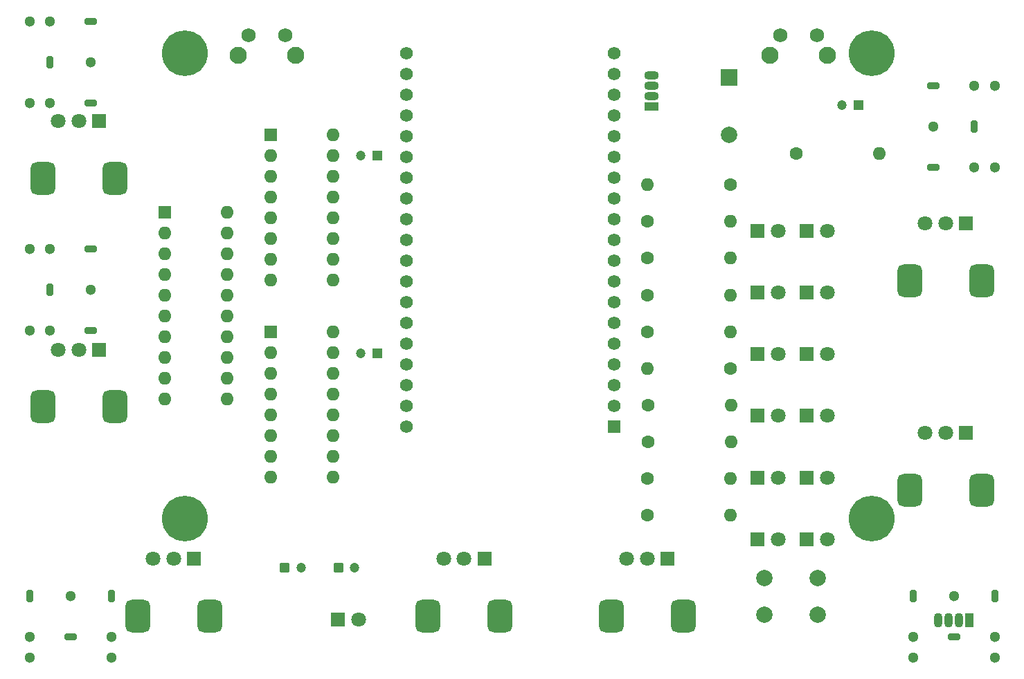
<source format=gbr>
%TF.GenerationSoftware,KiCad,Pcbnew,9.0.3*%
%TF.CreationDate,2025-07-22T15:18:12+02:00*%
%TF.ProjectId,Spikeling_v2.4,5370696b-656c-4696-9e67-5f76322e342e,rev?*%
%TF.SameCoordinates,Original*%
%TF.FileFunction,Soldermask,Bot*%
%TF.FilePolarity,Negative*%
%FSLAX46Y46*%
G04 Gerber Fmt 4.6, Leading zero omitted, Abs format (unit mm)*
G04 Created by KiCad (PCBNEW 9.0.3) date 2025-07-22 15:18:12*
%MOMM*%
%LPD*%
G01*
G04 APERTURE LIST*
G04 Aperture macros list*
%AMRoundRect*
0 Rectangle with rounded corners*
0 $1 Rounding radius*
0 $2 $3 $4 $5 $6 $7 $8 $9 X,Y pos of 4 corners*
0 Add a 4 corners polygon primitive as box body*
4,1,4,$2,$3,$4,$5,$6,$7,$8,$9,$2,$3,0*
0 Add four circle primitives for the rounded corners*
1,1,$1+$1,$2,$3*
1,1,$1+$1,$4,$5*
1,1,$1+$1,$6,$7*
1,1,$1+$1,$8,$9*
0 Add four rect primitives between the rounded corners*
20,1,$1+$1,$2,$3,$4,$5,0*
20,1,$1+$1,$4,$5,$6,$7,0*
20,1,$1+$1,$6,$7,$8,$9,0*
20,1,$1+$1,$8,$9,$2,$3,0*%
G04 Aperture macros list end*
%ADD10C,2.100000*%
%ADD11C,1.750000*%
%ADD12C,5.600000*%
%ADD13R,1.800000X1.800000*%
%ADD14C,1.800000*%
%ADD15R,1.600000X1.600000*%
%ADD16O,1.600000X1.600000*%
%ADD17RoundRect,0.750000X-0.750000X1.250000X-0.750000X-1.250000X0.750000X-1.250000X0.750000X1.250000X0*%
%ADD18R,1.800000X1.070000*%
%ADD19O,1.800000X1.070000*%
%ADD20C,1.300000*%
%ADD21RoundRect,0.200000X0.550000X0.200000X-0.550000X0.200000X-0.550000X-0.200000X0.550000X-0.200000X0*%
%ADD22RoundRect,0.200000X-0.200000X0.550000X-0.200000X-0.550000X0.200000X-0.550000X0.200000X0.550000X0*%
%ADD23RoundRect,0.200000X-0.550000X-0.200000X0.550000X-0.200000X0.550000X0.200000X-0.550000X0.200000X0*%
%ADD24RoundRect,0.200000X0.200000X-0.550000X0.200000X0.550000X-0.200000X0.550000X-0.200000X-0.550000X0*%
%ADD25C,1.600000*%
%ADD26R,1.200000X1.200000*%
%ADD27C,1.200000*%
%ADD28RoundRect,0.250000X-0.350000X-0.350000X0.350000X-0.350000X0.350000X0.350000X-0.350000X0.350000X0*%
%ADD29R,2.000000X2.000000*%
%ADD30C,2.000000*%
%ADD31R,1.560000X1.560000*%
%ADD32C,1.560000*%
%ADD33O,1.070000X1.800000*%
%ADD34R,1.070000X1.800000*%
G04 APERTURE END LIST*
D10*
%TO.C,SW2*%
X191500000Y-55280000D03*
X198510000Y-55280000D03*
D11*
X192750000Y-52790000D03*
X197250000Y-52790000D03*
%TD*%
D12*
%TO.C, *%
X120000000Y-55000000D03*
%TD*%
D13*
%TO.C,D7*%
X190000000Y-76779000D03*
D14*
X192540000Y-76779000D03*
%TD*%
D13*
%TO.C,D2*%
X190000000Y-114504000D03*
D14*
X192540000Y-114504000D03*
%TD*%
D13*
%TO.C,D0*%
X138725000Y-124350000D03*
D14*
X141265000Y-124350000D03*
%TD*%
D15*
%TO.C,U3*%
X130500000Y-89125000D03*
D16*
X130500000Y-91665000D03*
X130500000Y-94205000D03*
X130500000Y-96745000D03*
X130500000Y-99285000D03*
X130500000Y-101825000D03*
X130500000Y-104365000D03*
X130500000Y-106905000D03*
X138120000Y-106905000D03*
X138120000Y-104365000D03*
X138120000Y-101825000D03*
X138120000Y-99285000D03*
X138120000Y-96745000D03*
X138120000Y-94205000D03*
X138120000Y-91665000D03*
X138120000Y-89125000D03*
%TD*%
D17*
%TO.C,RV6*%
X217400000Y-108500000D03*
X208600000Y-108500000D03*
D13*
X215500000Y-101500000D03*
D14*
X213000000Y-101500000D03*
X210500000Y-101500000D03*
%TD*%
D17*
%TO.C,RV4*%
X180900000Y-123900000D03*
X172100000Y-123900000D03*
D13*
X179000000Y-116900000D03*
D14*
X176500000Y-116900000D03*
X174000000Y-116900000D03*
%TD*%
D18*
%TO.C,D1*%
X177000000Y-61500000D03*
D19*
X177000000Y-60230000D03*
X177000000Y-58960000D03*
X177000000Y-57690000D03*
%TD*%
D20*
%TO.C,J2*%
X101000000Y-61100000D03*
X103500000Y-61100000D03*
X108500000Y-56100000D03*
X101000000Y-51100000D03*
X103500000Y-51100000D03*
D21*
X108500000Y-61100000D03*
D22*
X103500000Y-56100000D03*
D21*
X108500000Y-51100000D03*
%TD*%
D20*
%TO.C,J1*%
X219000000Y-59000000D03*
X216500000Y-59000000D03*
X211500000Y-64000000D03*
X219000000Y-69000000D03*
X216500000Y-69000000D03*
D23*
X211500000Y-59000000D03*
D24*
X216500000Y-64000000D03*
D23*
X211500000Y-69000000D03*
%TD*%
D15*
%TO.C,U4*%
X117500000Y-74500000D03*
D16*
X117500000Y-77040000D03*
X117500000Y-79580000D03*
X117500000Y-82120000D03*
X117500000Y-84660000D03*
X117500000Y-87200000D03*
X117500000Y-89740000D03*
X117500000Y-92280000D03*
X117500000Y-94820000D03*
X117500000Y-97360000D03*
X125120000Y-97360000D03*
X125120000Y-94820000D03*
X125120000Y-92280000D03*
X125120000Y-89740000D03*
X125120000Y-87200000D03*
X125120000Y-84660000D03*
X125120000Y-82120000D03*
X125120000Y-79580000D03*
X125120000Y-77040000D03*
X125120000Y-74500000D03*
%TD*%
D17*
%TO.C,RV1*%
X111400000Y-70300000D03*
X102600000Y-70300000D03*
D13*
X109500000Y-63300000D03*
D14*
X107000000Y-63300000D03*
X104500000Y-63300000D03*
%TD*%
D13*
%TO.C,D4*%
X190000000Y-99414000D03*
D14*
X192540000Y-99414000D03*
%TD*%
D17*
%TO.C,RV3*%
X123000000Y-123900000D03*
X114200000Y-123900000D03*
D13*
X121100000Y-116900000D03*
D14*
X118600000Y-116900000D03*
X116100000Y-116900000D03*
%TD*%
D25*
%TO.C,R3*%
X176600000Y-98100000D03*
D16*
X186760000Y-98100000D03*
%TD*%
D12*
%TO.C, *%
X204000000Y-55000000D03*
%TD*%
D15*
%TO.C,U2*%
X130500000Y-65000000D03*
D16*
X130500000Y-67540000D03*
X130500000Y-70080000D03*
X130500000Y-72620000D03*
X130500000Y-75160000D03*
X130500000Y-77700000D03*
X130500000Y-80240000D03*
X130500000Y-82780000D03*
X138120000Y-82780000D03*
X138120000Y-80240000D03*
X138120000Y-77700000D03*
X138120000Y-75160000D03*
X138120000Y-72620000D03*
X138120000Y-70080000D03*
X138120000Y-67540000D03*
X138120000Y-65000000D03*
%TD*%
D26*
%TO.C,C2*%
X143472600Y-91750000D03*
D27*
X141472600Y-91750000D03*
%TD*%
D10*
%TO.C,SW3*%
X126500000Y-55280000D03*
X133510000Y-55280000D03*
D11*
X127750000Y-52790000D03*
X132250000Y-52790000D03*
%TD*%
D13*
%TO.C,D11*%
X196000000Y-91869000D03*
D14*
X198540000Y-91869000D03*
%TD*%
D13*
%TO.C,D9*%
X196000000Y-106959000D03*
D14*
X198540000Y-106959000D03*
%TD*%
D26*
%TO.C,C1*%
X143472600Y-67500000D03*
D27*
X141472600Y-67500000D03*
%TD*%
D25*
%TO.C,R9*%
X176500000Y-89100000D03*
D16*
X186660000Y-89100000D03*
%TD*%
D13*
%TO.C,D13*%
X196000000Y-76779000D03*
D14*
X198540000Y-76779000D03*
%TD*%
D25*
%TO.C,R12*%
X176571000Y-111600000D03*
D16*
X186731000Y-111600000D03*
%TD*%
D13*
%TO.C,D12*%
X196000000Y-84324000D03*
D14*
X198540000Y-84324000D03*
%TD*%
D28*
%TO.C,C5*%
X132200000Y-118000000D03*
D27*
X134200000Y-118000000D03*
%TD*%
D13*
%TO.C,D10*%
X196000000Y-99414000D03*
D14*
X198540000Y-99414000D03*
%TD*%
D25*
%TO.C,R1*%
X194720000Y-67300000D03*
D16*
X204880000Y-67300000D03*
%TD*%
D17*
%TO.C,RV7*%
X217400000Y-82872000D03*
X208600000Y-82872000D03*
D13*
X215500000Y-75872000D03*
D14*
X213000000Y-75872000D03*
X210500000Y-75872000D03*
%TD*%
D17*
%TO.C,RV2*%
X111400000Y-98300000D03*
X102600000Y-98300000D03*
D13*
X109500000Y-91300000D03*
D14*
X107000000Y-91300000D03*
X104500000Y-91300000D03*
%TD*%
D20*
%TO.C,J3*%
X101000000Y-89000000D03*
X103500000Y-89000000D03*
X108500000Y-84000000D03*
X101000000Y-79000000D03*
X103500000Y-79000000D03*
D21*
X108500000Y-89000000D03*
D22*
X103500000Y-84000000D03*
D21*
X108500000Y-79000000D03*
%TD*%
D13*
%TO.C,D3*%
X190000000Y-106959000D03*
D14*
X192540000Y-106959000D03*
%TD*%
D12*
%TO.C, *%
X204000000Y-112000000D03*
%TD*%
D28*
%TO.C,C4*%
X138727401Y-118000000D03*
D27*
X140727401Y-118000000D03*
%TD*%
D13*
%TO.C,D5*%
X190000000Y-91869000D03*
D14*
X192540000Y-91869000D03*
%TD*%
D25*
%TO.C,R8*%
X176500000Y-84600000D03*
D16*
X186660000Y-84600000D03*
%TD*%
D25*
%TO.C,R2*%
X176600000Y-102600000D03*
D16*
X186760000Y-102600000D03*
%TD*%
D17*
%TO.C,RV5*%
X158519000Y-123900000D03*
X149719000Y-123900000D03*
D13*
X156619000Y-116900000D03*
D14*
X154119000Y-116900000D03*
X151619000Y-116900000D03*
%TD*%
D26*
%TO.C,C3*%
X202350000Y-61350000D03*
D27*
X200350000Y-61350000D03*
%TD*%
D25*
%TO.C,R7*%
X176500000Y-80100000D03*
D16*
X186660000Y-80100000D03*
%TD*%
D25*
%TO.C,R4*%
X186680000Y-71100000D03*
D16*
X176520000Y-71100000D03*
%TD*%
D29*
%TO.C,BZ1*%
X186500000Y-58000000D03*
D30*
X186500000Y-65000000D03*
%TD*%
D12*
%TO.C, *%
X120000000Y-112000000D03*
%TD*%
D25*
%TO.C,R11*%
X176570000Y-107100000D03*
D16*
X186730000Y-107100000D03*
%TD*%
D25*
%TO.C,R6*%
X176500000Y-75600000D03*
D16*
X186660000Y-75600000D03*
%TD*%
D30*
%TO.C,SW1*%
X190860000Y-119250000D03*
X197360000Y-119250000D03*
X190860000Y-123750000D03*
X197360000Y-123750000D03*
%TD*%
D13*
%TO.C,D8*%
X196000000Y-114504000D03*
D14*
X198540000Y-114504000D03*
%TD*%
D13*
%TO.C,D6*%
X190000000Y-84324000D03*
D14*
X192540000Y-84324000D03*
%TD*%
D20*
%TO.C,J5*%
X219000000Y-129000000D03*
X219000000Y-126500000D03*
X214000000Y-121500000D03*
X209000000Y-129000000D03*
X209000000Y-126500000D03*
D22*
X219000000Y-121500000D03*
D23*
X214000000Y-126500000D03*
D22*
X209000000Y-121500000D03*
%TD*%
D31*
%TO.C,U1*%
X172450000Y-100760000D03*
D32*
X172450000Y-98220000D03*
X172450000Y-95680000D03*
X172450000Y-93140000D03*
X172450000Y-90600000D03*
X172450000Y-88060000D03*
X172450000Y-85520000D03*
X172450000Y-82980000D03*
X172450000Y-80440000D03*
X172450000Y-77900000D03*
X172450000Y-75360000D03*
X172450000Y-72820000D03*
X172450000Y-70280000D03*
X172450000Y-67740000D03*
X172450000Y-65200000D03*
X172450000Y-62660000D03*
X172450000Y-60120000D03*
X172450000Y-57580000D03*
X172450000Y-55040000D03*
X147050000Y-100760000D03*
X147050000Y-98220000D03*
X147050000Y-95680000D03*
X147050000Y-93140000D03*
X147050000Y-90600000D03*
X147050000Y-88060000D03*
X147050000Y-85520000D03*
X147050000Y-82980000D03*
X147050000Y-80440000D03*
X147050000Y-77900000D03*
X147050000Y-75360000D03*
X147050000Y-72820000D03*
X147050000Y-70280000D03*
X147050000Y-67740000D03*
X147050000Y-65200000D03*
X147050000Y-62660000D03*
X147050000Y-60120000D03*
X147050000Y-57580000D03*
X147050000Y-55040000D03*
%TD*%
D25*
%TO.C,R5*%
X186660000Y-93600000D03*
D16*
X176500000Y-93600000D03*
%TD*%
D33*
%TO.C,D14*%
X212060000Y-124425000D03*
X213330000Y-124425000D03*
X214600000Y-124425000D03*
D34*
X215870000Y-124425000D03*
%TD*%
D20*
%TO.C,J4*%
X111000000Y-129000000D03*
X111000000Y-126500000D03*
X106000000Y-121500000D03*
X101000000Y-129000000D03*
X101000000Y-126500000D03*
D22*
X111000000Y-121500000D03*
D23*
X106000000Y-126500000D03*
D22*
X101000000Y-121500000D03*
%TD*%
M02*

</source>
